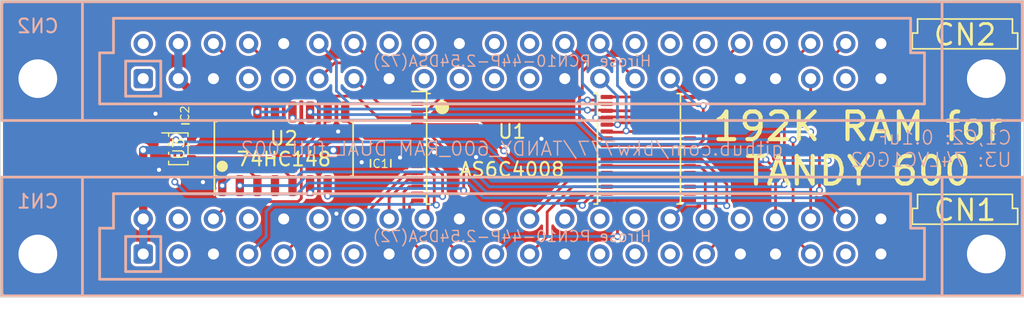
<source format=kicad_pcb>
(kicad_pcb (version 20211014) (generator pcbnew)
  (title_block (title "TANDY 600 RAM") (date "2022-10-25") (rev "DUAL_full_002") (company "Brian K. White - b.kenyon.w@gmail.com") (comment 1 "LICENSE: CC-BY-SA 4.0") (comment 2 "github.com/bkw777/TANDY_600_RAM"))
  (layers (0 "F.Cu" signal) (31 "B.Cu" signal) (34 "B.Paste" user) (35 "F.Paste" user) (36 "B.SilkS" user "B.Silkscreen") (37 "F.SilkS" user "F.Silkscreen") (38 "B.Mask" user) (39 "F.Mask" user) (44 "Edge.Cuts" user))
  (net 0 "")
  (net 1 "VMEM")
  (net 2 "GND")
  (net 3 "VCC")
  (net 4 "/A16")
  (net 5 "/A14")
  (net 6 "/A12")
  (net 7 "/A7")
  (net 8 "/A6")
  (net 9 "/A5")
  (net 10 "/A4")
  (net 11 "/A3")
  (net 12 "/A2")
  (net 13 "/A1")
  (net 14 "/A0")
  (net 15 "/D0")
  (net 16 "/D1")
  (net 17 "/D2")
  (net 18 "/D3")
  (net 19 "/D4")
  (net 20 "/D5")
  (net 21 "/D6")
  (net 22 "/D7")
  (net 23 "/A10")
  (net 24 "/~{OE}")
  (net 25 "/A11")
  (net 26 "/A9")
  (net 27 "/A8")
  (net 28 "/A13")
  (net 29 "/~{WE}")
  (net 30 "/~{B2_CS1_B}")
  (net 31 "/A15")
  (net 32 "/~{B2_CS1_C}")
  (net 33 "/~{B1_CS1_A}")
  (net 34 "/~{B1_CS1_B}")
  (net 35 "/~{B1_CS1_C}")
  (net 36 "/~{B2_CS1_A}")
  (net 37 "/B2_CS2")
  (net 38 "/~{CE}")
  (net 39 "/A17")
  (net 41 "/CS2")
  (net 42 "/B1_CS2")
  (footprint "000_LOCAL:TSOP32-dual" (layer "F.Cu") (at 154.13 109.22)
    (fp_text reference "U1" (at -3 -1.25) (layer "F.SilkS"))
    (fp_text value "AS6C4008" (at -3 1.5) (layer "F.SilkS"))
    (pad "1" smd roundrect (at -9.85 -3.75 270) (size 0.3 0.9) (layers "F.Cu" "F.Paste" "F.Mask") (net 25 "/A11"))
    (pad "2" smd roundrect (at -9.85 -3.25 270) (size 0.3 0.9) (layers "F.Cu" "F.Paste" "F.Mask") (net 26 "/A9"))
    (pad "3" smd roundrect (at -9.85 -2.75 270) (size 0.3 0.9) (layers "F.Cu" "F.Paste" "F.Mask") (net 27 "/A8"))
    (pad "4" smd roundrect (at -9.85 -2.25 270) (size 0.3 0.9) (layers "F.Cu" "F.Paste" "F.Mask") (net 28 "/A13"))
    (pad "5" smd roundrect (at -9.85 -1.75 270) (size 0.3 0.9) (layers "F.Cu" "F.Paste" "F.Mask") (net 29 "/~{WE}"))
    (pad "6" smd roundrect (at -9.85 -1.25 270) (size 0.3 0.9) (layers "F.Cu" "F.Paste" "F.Mask") (net 39 "/A17"))
    (pad "7" smd roundrect (at -9.85 -0.75 270) (size 0.3 0.9) (layers "F.Cu" "F.Paste" "F.Mask") (net 31 "/A15"))
    (pad "8" smd roundrect (at -9.85 -0.25 270) (size 0.3 0.9) (layers "F.Cu" "F.Paste" "F.Mask") (net 1 "VMEM"))
    (pad "9" smd roundrect (at -9.85 0.25 270) (size 0.3 0.9) (layers "F.Cu" "F.Paste" "F.Mask") (net 2 "GND"))
    (pad "10" smd roundrect (at -9.85 0.75 270) (size 0.3 0.9) (layers "F.Cu" "F.Paste" "F.Mask") (net 4 "/A16"))
    (pad "11" smd roundrect (at -9.85 1.25 270) (size 0.3 0.9) (layers "F.Cu" "F.Paste" "F.Mask") (net 5 "/A14"))
    (pad "12" smd roundrect (at -9.85 1.75 270) (size 0.3 0.9) (layers "F.Cu" "F.Paste" "F.Mask") (net 6 "/A12"))
    (pad "13" smd roundrect (at -9.85 2.25 270) (size 0.3 0.9) (layers "F.Cu" "F.Paste" "F.Mask") (net 7 "/A7"))
    (pad "14" smd roundrect (at -9.85 2.75 270) (size 0.3 0.9) (layers "F.Cu" "F.Paste" "F.Mask") (net 8 "/A6"))
    (pad "15" smd roundrect (at -9.85 3.25 270) (size 0.3 0.9) (layers "F.Cu" "F.Paste" "F.Mask") (net 9 "/A5"))
    (pad "16" smd roundrect (at -9.85 3.75 270) (size 0.3 0.9) (layers "F.Cu" "F.Paste" "F.Mask") (net 10 "/A4"))
    (pad "17" smd roundrect (at 3.85 3.75 270) (size 0.3 0.9) (layers "F.Cu" "F.Paste" "F.Mask") (net 11 "/A3"))
    (pad "17" smd roundrect (at 9.85 3.75 270) (size 0.3 0.9) (layers "F.Cu" "F.Paste" "F.Mask") (net 11 "/A3"))
    (pad "18" smd roundrect (at 3.85 3.25 270) (size 0.3 0.9) (layers "F.Cu" "F.Paste" "F.Mask") (net 12 "/A2"))
    (pad "18" smd roundrect (at 9.85 3.25 270) (size 0.3 0.9) (layers "F.Cu" "F.Paste" "F.Mask") (net 12 "/A2"))
    (pad "19" smd roundrect (at 3.85 2.75 270) (size 0.3 0.9) (layers "F.Cu" "F.Paste" "F.Mask") (net 13 "/A1"))
    (pad "19" smd roundrect (at 9.85 2.75 270) (size 0.3 0.9) (layers "F.Cu" "F.Paste" "F.Mask") (net 13 "/A1"))
    (pad "20" smd roundrect (at 3.85 2.25 270) (size 0.3 0.9) (layers "F.Cu" "F.Paste" "F.Mask") (net 14 "/A0"))
    (pad "20" smd roundrect (at 9.85 2.25 270) (size 0.3 0.9) (layers "F.Cu" "F.Paste" "F.Mask") (net 14 "/A0"))
    (pad "21" smd roundrect (at 3.85 1.75 270) (size 0.3 0.9) (layers "F.Cu" "F.Paste" "F.Mask") (net 15 "/D0"))
    (pad "21" smd roundrect (at 9.85 1.75 270) (size 0.3 0.9) (layers "F.Cu" "F.Paste" "F.Mask") (net 15 "/D0"))
    (pad "22" smd roundrect (at 3.85 1.25 270) (size 0.3 0.9) (layers "F.Cu" "F.Paste" "F.Mask") (net 16 "/D1"))
    (pad "22" smd roundrect (at 9.85 1.25 270) (size 0.3 0.9) (layers "F.Cu" "F.Paste" "F.Mask") (net 16 "/D1"))
    (pad "23" smd roundrect (at 9.85 0.75 270) (size 0.3 0.9) (layers "F.Cu" "F.Paste" "F.Mask") (net 17 "/D2"))
    (pad "23" smd roundrect (at 3.85 0.75 270) (size 0.3 0.9) (layers "F.Cu" "F.Paste" "F.Mask") (net 17 "/D2"))
    (pad "24" smd roundrect (at 3.85 0.25 270) (size 0.3 0.9) (layers "F.Cu" "F.Paste" "F.Mask") (net 2 "GND"))
    (pad "24" smd roundrect (at 9.85 0.25 270) (size 0.3 0.9) (layers "F.Cu" "F.Paste" "F.Mask") (net 2 "GND"))
    (pad "25" smd roundrect (at 9.85 -0.25 270) (size 0.3 0.9) (layers "F.Cu" "F.Paste" "F.Mask") (net 18 "/D3"))
    (pad "25" smd roundrect (at 3.85 -0.25 270) (size 0.3 0.9) (layers "F.Cu" "F.Paste" "F.Mask") (net 18 "/D3"))
    (pad "26" smd roundrect (at 3.85 -0.75 270) (size 0.3 0.9) (layers "F.Cu" "F.Paste" "F.Mask") (net 19 "/D4"))
    (pad "26" smd roundrect (at 9.85 -0.75 270) (size 0.3 0.9) (layers "F.Cu" "F.Paste" "F.Mask") (net 19 "/D4"))
    (pad "27" smd roundrect (at 3.85 -1.25 270) (size 0.3 0.9) (layers "F.Cu" "F.Paste" "F.Mask") (net 20 "/D5"))
    (pad "27" smd roundrect (at 9.85 -1.25 270) (size 0.3 0.9) (layers "F.Cu" "F.Paste" "F.Mask") (net 20 "/D5"))
    (pad "28" smd roundrect (at 9.85 -1.75 270) (size 0.3 0.9) (layers "F.Cu" "F.Paste" "F.Mask") (net 21 "/D6"))
    (pad "28" smd roundrect (at 3.85 -1.75 270) (size 0.3 0.9) (layers "F.Cu" "F.Paste" "F.Mask") (net 21 "/D6"))
    (pad "29" smd roundrect (at 3.85 -2.25 270) (size 0.3 0.9) (layers "F.Cu" "F.Paste" "F.Mask") (net 22 "/D7"))
    (pad "29" smd roundrect (at 9.85 -2.25 270) (size 0.3 0.9) (layers "F.Cu" "F.Paste" "F.Mask") (net 22 "/D7"))
    (pad "30" smd roundrect (at 3.85 -2.75 270) (size 0.3 0.9) (layers "F.Cu" "F.Paste" "F.Mask") (net 38 "/~{CE}"))
    (pad "30" smd roundrect (at 9.85 -2.75 270) (size 0.3 0.9) (layers "F.Cu" "F.Paste" "F.Mask") (net 38 "/~{CE}"))
    (pad "31" smd roundrect (at 3.85 -3.25 270) (size 0.3 0.9) (layers "F.Cu" "F.Paste" "F.Mask") (net 23 "/A10"))
    (pad "31" smd roundrect (at 9.85 -3.25 270) (size 0.3 0.9) (layers "F.Cu" "F.Paste" "F.Mask") (net 23 "/A10"))
    (pad "32" smd roundrect (at 9.85 -3.75 270) (size 0.3 0.9) (layers "F.Cu" "F.Paste" "F.Mask") (net 24 "/~{OE}"))
    (pad "32" smd roundrect (at 3.85 -3.75 270) (size 0.3 0.9) (layers "F.Cu" "F.Paste" "F.Mask") (net 24 "/~{OE}"))
  )
  (footprint "000_LOCAL:C_0805" (layer "F.Cu") (at 141.63 110.27 -90)
    (fp_text reference "C1" (at 0.03 0.01) (layer "F.SilkS") (effects (font (size 0.6 0.6) (thickness 0.08))))
    (fp_text value "0.1uF" hide)
    (pad "1" smd roundrect (at -0.95 0 270) (size 1 1.45) (layers "F.Cu" "F.Paste" "F.Mask") (net 1 "VMEM"))
    (pad "2" smd roundrect (at 0.95 0 270) (size 1 1.45) (layers "F.Cu" "F.Paste" "F.Mask") (net 2 "GND"))
  )
  (footprint "000_LOCAL:SOT-353_SC-70-5" (layer "F.Cu") (at 127 109.22)
    (fp_text reference "U3" (at 0.03 0 90 unlocked) (layer "F.SilkS") (effects (font (size 0.8 0.8) (thickness 0.1))))
    (fp_text value "74LVC1G02")
    (pad "1" smd roundrect (at -0.95 -0.65) (size 0.65 0.4) (layers "F.Cu" "F.Paste" "F.Mask") (net 37 "/B2_CS2"))
    (pad "2" smd roundrect (at -0.95 0) (size 0.65 0.4) (layers "F.Cu" "F.Paste" "F.Mask") (net 42 "/B1_CS2"))
    (pad "3" smd roundrect (at -0.95 0.65) (size 0.65 0.4) (layers "F.Cu" "F.Paste" "F.Mask") (net 2 "GND"))
    (pad "4" smd roundrect (at 0.95 0.65) (size 0.65 0.4) (layers "F.Cu" "F.Paste" "F.Mask") (net 41 "/CS2"))
    (pad "5" smd roundrect (at 0.95 -0.65) (size 0.65 0.4) (layers "F.Cu" "F.Paste" "F.Mask") (net 3 "VCC"))
  )
  (footprint "000_LOCAL:SOIC-16_4x10" (layer "F.Cu") (at 134.62 109.22 90)
    (fp_text reference "U2" (at 0.75 0.01) (layer "F.SilkS"))
    (fp_text value "74HC148" (at -0.75 0.01 unlocked) (layer "F.SilkS"))
    (pad "1" smd roundrect locked (at -2.6655 -4.445 90) (size 1.524 0.6) (layers "F.Cu" "F.Paste" "F.Mask") (net 30 "/~{B2_CS1_B}"))
    (pad "2" smd roundrect locked (at -2.6655 -3.175 90) (size 1.524 0.6) (layers "F.Cu" "F.Paste" "F.Mask") (net 32 "/~{B2_CS1_C}"))
    (pad "3" smd roundrect locked (at -2.6655 -1.905 90) (size 1.524 0.6) (layers "F.Cu" "F.Paste" "F.Mask") (net 3 "VCC"))
    (pad "4" smd roundrect locked (at -2.6655 -0.635 90) (size 1.524 0.6) (layers "F.Cu" "F.Paste" "F.Mask") (net 3 "VCC"))
    (pad "5" smd roundrect locked (at -2.6655 0.635 90) (size 1.524 0.6) (layers "F.Cu" "F.Paste" "F.Mask") (net 41 "/CS2"))
    (pad "6" smd roundrect locked (at -2.6655 1.905 90) (size 1.524 0.6) (layers "F.Cu" "F.Paste" "F.Mask") (net 39 "/A17"))
    (pad "7" smd roundrect locked (at -2.6655 3.175 90) (size 1.524 0.6) (layers "F.Cu" "F.Paste" "F.Mask") (net 4 "/A16"))
    (pad "8" smd roundrect locked (at -2.6655 4.445 90) (size 1.524 0.6) (layers "F.Cu" "F.Paste" "F.Mask") (net 2 "GND"))
    (pad "9" smd roundrect locked (at 2.6655 4.445 90) (size 1.524 0.6) (layers "F.Cu" "F.Paste" "F.Mask") (net 31 "/A15"))
    (pad "10" smd roundrect locked (at 2.6655 3.175 90) (size 1.524 0.6) (layers "F.Cu" "F.Paste" "F.Mask") (net 33 "/~{B1_CS1_A}"))
    (pad "11" smd roundrect locked (at 2.6655 1.905 90) (size 1.524 0.6) (layers "F.Cu" "F.Paste" "F.Mask") (net 34 "/~{B1_CS1_B}"))
    (pad "12" smd roundrect locked (at 2.6655 0.635 90) (size 1.524 0.6) (layers "F.Cu" "F.Paste" "F.Mask") (net 35 "/~{B1_CS1_C}"))
    (pad "13" smd roundrect locked (at 2.6655 -0.635 90) (size 1.524 0.6) (layers "F.Cu" "F.Paste" "F.Mask") (net 36 "/~{B2_CS1_A}"))
    (pad "14" smd roundrect locked (at 2.6655 -1.905 90) (size 1.524 0.6) (layers "F.Cu" "F.Paste" "F.Mask") (net 38 "/~{CE}"))
    (pad "15" smd roundrect locked (at 2.6655 -3.175 90) (size 1.524 0.6) (layers "F.Cu" "F.Paste" "F.Mask"))
    (pad "16" smd roundrect locked (at 2.6655 -4.445 90) (size 1.524 0.6) (layers "F.Cu" "F.Paste" "F.Mask") (net 3 "VCC"))
  )
  (footprint "000_LOCAL:C_0805" (layer "F.Cu") (at 127.508 106.68 180)
    (fp_text reference "C2" (at 0.03 0 90) (layer "F.SilkS") (effects (font (size 0.6 0.6) (thickness 0.08))))
    (fp_text value "0.1uF" hide)
    (pad "1" smd roundrect (at -0.95 0 180) (size 1 1.45) (layers "F.Cu" "F.Paste" "F.Mask") (net 3 "VCC"))
    (pad "2" smd roundrect (at 0.95 0 180) (size 1 1.45) (layers "F.Cu" "F.Paste" "F.Mask") (net 2 "GND"))
  )
  (footprint "000_LOCAL:DIN-41612_02x22_male_vertical" (layer "B.Cu") (at 151.13 115.57 180)
    (fp_text reference "CN1" (at 34.29 2.54 180) (layer "B.SilkS") (effects (justify mirror)))
    (fp_text value "TANDY_600_RAM_BUS")
    (fp_text user "Hirose PCN10-44P-2.54DSA(72)" (at 0 0 unlocked) (layer "B.SilkS") (effects (font (size 0.8 0.8) (thickness 0.1)) (justify mirror)))
    (pad "M1" thru_hole circle (at 34.29 -1.27) (size 4 4) (drill 2.8) (layers *.Cu *.Mask) (net 2 "GND"))
    (pad "M2" thru_hole circle (at -34.29 -1.27) (size 4 4) (drill 2.8) (layers *.Cu *.Mask) (net 2 "GND"))
    (pad "a1" thru_hole roundrect (at 26.67 -1.27 270) (size 1.4 1.4) (drill 0.8) (layers *.Cu *.Mask) (roundrect_rratio 0.16129) (net 1 "VMEM"))
    (pad "a2" thru_hole circle (at 24.13 -1.27 270) (size 1.4 1.4) (drill 0.8) (layers *.Cu *.Mask))
    (pad "a3" thru_hole circle (at 21.59 -1.27 270) (size 1.4 1.4) (drill 0.8) (layers *.Cu *.Mask) (net 2 "GND"))
    (pad "a4" thru_hole circle (at 19.05 -1.27 270) (size 1.4 1.4) (drill 0.8) (layers *.Cu *.Mask) (net 5 "/A14"))
    (pad "a5" thru_hole circle (at 16.51 -1.27 270) (size 1.4 1.4) (drill 0.8) (layers *.Cu *.Mask) (net 6 "/A12"))
    (pad "a6" thru_hole circle (at 13.97 -1.27 270) (size 1.4 1.4) (drill 0.8) (layers *.Cu *.Mask))
    (pad "a7" thru_hole circle (at 11.43 -1.27 270) (size 1.4 1.4) (drill 0.8) (layers *.Cu *.Mask))
    (pad "a8" thru_hole circle (at 8.89 -1.27 270) (size 1.4 1.4) (drill 0.8) (layers *.Cu *.Mask) (net 2 "GND"))
    (pad "a9" thru_hole circle (at 6.35 -1.27 270) (size 1.4 1.4) (drill 0.8) (layers *.Cu *.Mask) (net 8 "/A6"))
    (pad "a10" thru_hole circle (at 3.81 -1.27 270) (size 1.4 1.4) (drill 0.8) (layers *.Cu *.Mask) (net 10 "/A4"))
    (pad "a11" thru_hole circle (at 1.27 -1.27 270) (size 1.4 1.4) (drill 0.8) (layers *.Cu *.Mask) (net 11 "/A3"))
    (pad "a12" thru_hole circle (at -1.27 -1.27 270) (size 1.4 1.4) (drill 0.8) (layers *.Cu *.Mask) (net 13 "/A1"))
    (pad "a13" thru_hole circle (at -3.81 -1.27 270) (size 1.4 1.4) (drill 0.8) (layers *.Cu *.Mask) (net 2 "GND"))
    (pad "a14" thru_hole circle (at -6.35 -1.27 270) (size 1.4 1.4) (drill 0.8) (layers *.Cu *.Mask))
    (pad "a15" thru_hole circle (at -8.89 -1.27 270) (size 1.4 1.4) (drill 0.8) (layers *.Cu *.Mask))
    (pad "a16" thru_hole circle (at -11.43 -1.27 270) (size 1.4 1.4) (drill 0.8) (layers *.Cu *.Mask))
    (pad "a17" thru_hole circle (at -13.97 -1.27 270) (size 1.4 1.4) (drill 0.8) (layers *.Cu *.Mask) (net 16 "/D1"))
    (pad "a18" thru_hole circle (at -16.51 -1.27 270) (size 1.4 1.4) (drill 0.8) (layers *.Cu *.Mask) (net 2 "GND"))
    (pad "a19" thru_hole circle (at -19.05 -1.27 270) (size 1.4 1.4) (drill 0.8) (layers *.Cu *.Mask) (net 2 "GND"))
    (pad "a20" thru_hole circle (at -21.59 -1.27 270) (size 1.4 1.4) (drill 0.8) (layers *.Cu *.Mask) (net 35 "/~{B1_CS1_C}"))
    (pad "a21" thru_hole circle (at -24.13 -1.27 270) (size 1.4 1.4) (drill 0.8) (layers *.Cu *.Mask))
    (pad "a22" thru_hole circle (at -26.67 -1.27 270) (size 1.4 1.4) (drill 0.8) (layers *.Cu *.Mask) (net 2 "GND"))
    (pad "b1" thru_hole circle (at 26.67 1.27 270) (size 1.4 1.4) (drill 0.8) (layers *.Cu *.Mask) (net 1 "VMEM"))
    (pad "b2" thru_hole circle (at 24.13 1.27 270) (size 1.4 1.4) (drill 0.8) (layers *.Cu *.Mask))
    (pad "b3" thru_hole circle (at 21.59 1.27 270) (size 1.4 1.4) (drill 0.8) (layers *.Cu *.Mask) (net 33 "/~{B1_CS1_A}"))
    (pad "b4" thru_hole circle (at 19.05 1.27 270) (size 1.4 1.4) (drill 0.8) (layers *.Cu *.Mask))
    (pad "b5" thru_hole circle (at 16.51 1.27 270) (size 1.4 1.4) (drill 0.8) (layers *.Cu *.Mask) (net 2 "GND"))
    (pad "b6" thru_hole circle (at 13.97 1.27 270) (size 1.4 1.4) (drill 0.8) (layers *.Cu *.Mask))
    (pad "b7" thru_hole circle (at 11.43 1.27 270) (size 1.4 1.4) (drill 0.8) (layers *.Cu *.Mask))
    (pad "b8" thru_hole circle (at 8.89 1.27 270) (size 1.4 1.4) (drill 0.8) (layers *.Cu *.Mask) (net 7 "/A7"))
    (pad "b9" thru_hole circle (at 6.35 1.27 270) (size 1.4 1.4) (drill 0.8) (layers *.Cu *.Mask) (net 9 "/A5"))
    (pad "b10" thru_hole circle (at 3.81 1.27 270) (size 1.4 1.4) (drill 0.8) (layers *.Cu *.Mask) (net 2 "GND"))
    (pad "b11" thru_hole circle (at 1.27 1.27 270) (size 1.4 1.4) (drill 0.8) (layers *.Cu *.Mask) (net 12 "/A2"))
    (pad "b12" thru_hole circle (at -1.27 1.27 270) (size 1.4 1.4) (drill 0.8) (layers *.Cu *.Mask) (net 14 "/A0"))
    (pad "b13" thru_hole circle (at -3.81 1.27 270) (size 1.4 1.4) (drill 0.8) (layers *.Cu *.Mask))
    (pad "b14" thru_hole circle (at -6.35 1.27 270) (size 1.4 1.4) (drill 0.8) (layers *.Cu *.Mask))
    (pad "b15" thru_hole circle (at -8.89 1.27 270) (size 1.4 1.4) (drill 0.8) (layers *.Cu *.Mask))
    (pad "b16" thru_hole circle (at -11.43 1.27 270) (size 1.4 1.4) (drill 0.8) (layers *.Cu *.Mask) (net 17 "/D2"))
    (pad "b17" thru_hole circle (at -13.97 1.27 270) (size 1.4 1.4) (drill 0.8) (layers *.Cu *.Mask) (net 15 "/D0"))
    (pad "b18" thru_hole circle (at -16.51 1.27 270) (size 1.4 1.4) (drill 0.8) (layers *.Cu *.Mask))
    (pad "b19" thru_hole circle (at -19.05 1.27 270) (size 1.4 1.4) (drill 0.8) (layers *.Cu *.Mask) (net 29 "/~{WE}"))
    (pad "b20" thru_hole circle (at -21.59 1.27 270) (size 1.4 1.4) (drill 0.8) (layers *.Cu *.Mask) (net 34 "/~{B1_CS1_B}"))
    (pad "b21" thru_hole circle (at -24.13 1.27 270) (size 1.4 1.4) (drill 0.8) (layers *.Cu *.Mask) (net 42 "/B1_CS2"))
    (pad "b22" thru_hole circle (at -26.67 1.27 270) (size 1.4 1.4) (drill 0.8) (layers *.Cu *.Mask) (net 2 "GND"))
  )
  (footprint "000_LOCAL:DIN-41612_02x22_male_vertical" (layer "B.Cu") (at 151.13 102.87 180)
    (fp_text reference "CN2" (at 34.29 2.54 180) (layer "B.SilkS") (effects (justify mirror)))
    (fp_text value "TANDY_600_RAM_BUS")
    (fp_text user "Hirose PCN10-44P-2.54DSA(72)" (at 0 0 unlocked) (layer "B.SilkS") (effects (font (size 0.8 0.8) (thickness 0.1)) (justify mirror)))
    (pad "M1" thru_hole circle (at 34.29 -1.27) (size 4 4) (drill 2.8) (layers *.Cu *.Mask) (net 2 "GND"))
    (pad "M2" thru_hole circle (at -34.29 -1.27) (size 4 4) (drill 2.8) (layers *.Cu *.Mask) (net 2 "GND"))
    (pad "a1" thru_hole roundrect (at 26.67 -1.27 270) (size 1.4 1.4) (drill 0.8) (layers *.Cu *.Mask) (roundrect_rratio 0.16129))
    (pad "a2" thru_hole circle (at 24.13 -1.27 270) (size 1.4 1.4) (drill 0.8) (layers *.Cu *.Mask) (net 3 "VCC"))
    (pad "a3" thru_hole circle (at 21.59 -1.27 270) (size 1.4 1.4) (drill 0.8) (layers *.Cu *.Mask) (net 2 "GND"))
    (pad "a4" thru_hole circle (at 19.05 -1.27 270) (size 1.4 1.4) (drill 0.8) (layers *.Cu *.Mask))
    (pad "a5" thru_hole circle (at 16.51 -1.27 270) (size 1.4 1.4) (drill 0.8) (layers *.Cu *.Mask))
    (pad "a6" thru_hole circle (at 13.97 -1.27 270) (size 1.4 1.4) (drill 0.8) (layers *.Cu *.Mask) (net 25 "/A11"))
    (pad "a7" thru_hole circle (at 11.43 -1.27 270) (size 1.4 1.4) (drill 0.8) (layers *.Cu *.Mask) (net 26 "/A9"))
    (pad "a8" thru_hole circle (at 8.89 -1.27 270) (size 1.4 1.4) (drill 0.8) (layers *.Cu *.Mask) (net 2 "GND"))
    (pad "a9" thru_hole circle (at 6.35 -1.27 270) (size 1.4 1.4) (drill 0.8) (layers *.Cu *.Mask))
    (pad "a10" thru_hole circle (at 3.81 -1.27 270) (size 1.4 1.4) (drill 0.8) (layers *.Cu *.Mask))
    (pad "a11" thru_hole circle (at 1.27 -1.27 270) (size 1.4 1.4) (drill 0.8) (layers *.Cu *.Mask))
    (pad "a12" thru_hole circle (at -1.27 -1.27 270) (size 1.4 1.4) (drill 0.8) (layers *.Cu *.Mask))
    (pad "a13" thru_hole circle (at -3.81 -1.27 270) (size 1.4 1.4) (drill 0.8) (layers *.Cu *.Mask) (net 2 "GND"))
    (pad "a14" thru_hole circle (at -6.35 -1.27 270) (size 1.4 1.4) (drill 0.8) (layers *.Cu *.Mask) (net 21 "/D6"))
    (pad "a15" thru_hole circle (at -8.89 -1.27 270) (size 1.4 1.4) (drill 0.8) (layers *.Cu *.Mask) (net 19 "/D4"))
    (pad "a16" thru_hole circle (at -11.43 -1.27 270) (size 1.4 1.4) (drill 0.8) (layers *.Cu *.Mask) (net 18 "/D3"))
    (pad "a17" thru_hole circle (at -13.97 -1.27 270) (size 1.4 1.4) (drill 0.8) (layers *.Cu *.Mask))
    (pad "a18" thru_hole circle (at -16.51 -1.27 270) (size 1.4 1.4) (drill 0.8) (layers *.Cu *.Mask) (net 2 "GND"))
    (pad "a19" thru_hole circle (at -19.05 -1.27 270) (size 1.4 1.4) (drill 0.8) (layers *.Cu *.Mask) (net 2 "GND"))
    (pad "a20" thru_hole circle (at -21.59 -1.27 270) (size 1.4 1.4) (drill 0.8) (layers *.Cu *.Mask) (net 32 "/~{B2_CS1_C}"))
    (pad "a21" thru_hole circle (at -24.13 -1.27 270) (size 1.4 1.4) (drill 0.8) (layers *.Cu *.Mask))
    (pad "a22" thru_hole circle (at -26.67 -1.27 270) (size 1.4 1.4) (drill 0.8) (layers *.Cu *.Mask) (net 2 "GND"))
    (pad "b1" thru_hole circle (at 26.67 1.27 270) (size 1.4 1.4) (drill 0.8) (layers *.Cu *.Mask))
    (pad "b2" thru_hole circle (at 24.13 1.27 270) (size 1.4 1.4) (drill 0.8) (layers *.Cu *.Mask) (net 3 "VCC"))
    (pad "b3" thru_hole circle (at 21.59 1.27 270) (size 1.4 1.4) (drill 0.8) (layers *.Cu *.Mask) (net 36 "/~{B2_CS1_A}"))
    (pad "b4" thru_hole circle (at 19.05 1.27 270) (size 1.4 1.4) (drill 0.8) (layers *.Cu *.Mask) (net 28 "/A13"))
    (pad "b5" thru_hole circle (at 16.51 1.27 270) (size 1.4 1.4) (drill 0.8) (layers *.Cu *.Mask) (net 2 "GND"))
    (pad "b6" thru_hole circle (at 13.97 1.27 270) (size 1.4 1.4) (drill 0.8) (layers *.Cu *.Mask) (net 23 "/A10"))
    (pad "b7" thru_hole circle (at 11.43 1.27 270) (size 1.4 1.4) (drill 0.8) (layers *.Cu *.Mask) (net 27 "/A8"))
    (pad "b8" thru_hole circle (at 8.89 1.27 270) (size 1.4 1.4) (drill 0.8) (layers *.Cu *.Mask))
    (pad "b9" thru_hole circle (at 6.35 1.27 270) (size 1.4 1.4) (drill 0.8) (layers *.Cu *.Mask))
    (pad "b10" thru_hole circle (at 3.81 1.27 270) (size 1.4 1.4) (drill 0.8) (layers *.Cu *.Mask) (net 2 "GND"))
    (pad "b11" thru_hole circle (at 1.27 1.27 270) (size 1.4 1.4) (drill 0.8) (layers *.Cu *.Mask))
    (pad "b12" thru_hole circle (at -1.27 1.27 270) (size 1.4 1.4) (drill 0.8) (layers *.Cu *.Mask))
    (pad "b13" thru_hole circle (at -3.81 1.27 270) (size 1.4 1.4) (drill 0.8) (layers *.Cu *.Mask) (net 22 "/D7"))
    (pad "b14" thru_hole circle (at -6.35 1.27 270) (size 1.4 1.4) (drill 0.8) (layers *.Cu *.Mask) (net 20 "/D5"))
    (pad "b15" thru_hole circle (at -8.89 1.27 270) (size 1.4 1.4) (drill 0.8) (layers *.Cu *.Mask))
    (pad "b16" thru_hole circle (at -11.43 1.27 270) (size 1.4 1.4) (drill 0.8) (layers *.Cu *.Mask))
    (pad "b17" thru_hole circle (at -13.97 1.27 270) (size 1.4 1.4) (drill 0.8) (layers *.Cu *.Mask))
    (pad "b18" thru_hole circle (at -16.51 1.27 270) (size 1.4 1.4) (drill 0.8) (layers *.Cu *.Mask) (net 24 "/~{OE}"))
    (pad "b19" thru_hole circle (at -19.05 1.27 270) (size 1.4 1.4) (drill 0.8) (layers *.Cu *.Mask))
    (pad "b20" thru_hole circle (at -21.59 1.27 270) (size 1.4 1.4) (drill 0.8) (layers *.Cu *.Mask) (net 30 "/~{B2_CS1_B}"))
    (pad "b21" thru_hole circle (at -24.13 1.27 270) (size 1.4 1.4) (drill 0.8) (layers *.Cu *.Mask) (net 37 "/B2_CS2"))
    (pad "b22" thru_hole circle (at -26.67 1.27 270) (size 1.4 1.4) (drill 0.8) (layers *.Cu *.Mask) (net 2 "GND"))
  )
  (gr_line (start 180.07 101.981) (end 187.69 101.981) (layer "F.SilkS") (width 0.12))
  (gr_line (start 180.07 114.681) (end 187.69 114.681) (layer "F.SilkS") (width 0.12))
  (gr_line (start 180.451 100.838) (end 180.07 100.838) (layer "F.SilkS") (width 0.12))
  (gr_line (start 180.07 100.838) (end 180.07 101.981) (layer "F.SilkS") (width 0.12))
  (gr_line (start 187.69 113.538) (end 187.309 113.538) (layer "F.SilkS") (width 0.12))
  (gr_line (start 180.451 112.522) (end 180.451 113.538) (layer "F.SilkS") (width 0.12))
  (gr_line (start 180.451 113.538) (end 180.07 113.538) (layer "F.SilkS") (width 0.12))
  (gr_line (start 180.07 113.538) (end 180.07 114.681) (layer "F.SilkS") (width 0.12))
  (gr_line (start 187.69 100.838) (end 187.309 100.838) (layer "F.SilkS") (width 0.12))
  (gr_line (start 187.309 112.522) (end 180.451 112.522) (layer "F.SilkS") (width 0.12))
  (gr_line (start 187.69 114.681) (end 187.69 113.538) (layer "F.SilkS") (width 0.12))
  (gr_line (start 187.309 113.538) (end 187.309 112.522) (layer "F.SilkS") (width 0.12))
  (gr_line (start 187.309 100.838) (end 187.309 99.822) (layer "F.SilkS") (width 0.12))
  (gr_line (start 180.451 99.822) (end 180.451 100.838) (layer "F.SilkS") (width 0.12))
  (gr_line (start 187.69 101.981) (end 187.69 100.838) (layer "F.SilkS") (width 0.12))
  (gr_line (start 187.309 99.822) (end 180.451 99.822) (layer "F.SilkS") (width 0.12))
  (gr_line (start 188.13 98.47) (end 114.13 98.47) (layer "Edge.Cuts") (width 0.05))
  (gr_line (start 114.13 119.97) (end 188.13 119.97) (layer "Edge.Cuts") (width 0.05))
  (gr_line (start 114.13 98.47) (end 114.13 119.97) (layer "Edge.Cuts") (width 0.05))
  (gr_line (start 188.13 119.97) (end 188.13 98.47) (layer "Edge.Cuts") (width 0.05))
  (gr_text "${COMMENT2} ${REVISION}" (at 151.13 109.22) (layer "B.SilkS") (effects (font (size 1 1) (thickness 0.1)) (justify mirror)))
  (gr_text "C1,C2: ${6abd93ae-8309-4193-b5c6-e97f8e789dbe:VALUE}\nU3: ${89af72c0-2de0-4b8a-bd0f-646bca2cdb9a:VALUE}" (at 187.325 109.22) (layer "B.SilkS") (effects (font (size 1 1) (thickness 0.1)) (justify left mirror)))
  (gr_text "192K RAM for\nTANDY 600" (at 176.149 109.22) (layer "F.SilkS") (effects (font (size 2 2) (thickness 0.3))))
  (gr_text "CN2" (at 183.88 100.965) (layer "F.SilkS") (effects (font (size 1.5 1.5) (thickness 0.2))))
  (gr_text "CN1" (at 183.88 113.665) (layer "F.SilkS") (effects (font (size 1.5 1.5) (thickness 0.2))))
  (segment (start 138.205 109.32) (end 141.63 109.32) (width 0.6) (layer "F.Cu") (net 1))
  (segment (start 124.46 114.3) (end 124.46 109.32) (width 0.6) (layer "F.Cu") (net 1))
  (segment (start 141.63 109.32) (end 141.98 108.97) (width 0.3) (layer "F.Cu") (net 1))
  (segment (start 141.98 108.97) (end 144.28 108.97) (width 0.3) (layer "F.Cu") (net 1))
  (via (at 138.205 109.32) (size 0.6) (drill 0.4) (layers "F.Cu" "B.Cu") (net 1))
  (via (at 124.46 109.32) (size 0.6) (drill 0.4) (layers "F.Cu" "B.Cu") (net 1))
  (segment (start 138.205 109.32) (end 124.46 109.32) (width 0.6) (layer "B.Cu") (net 1))
  (segment (start 124.46 116.84) (end 124.46 114.3) (width 0.6) (layer "B.Cu") (net 1))
  (via (at 148.53 109.82) (size 0.5) (drill 0.3) (layers "F.Cu" "B.Cu") (net 2))
  (via (at 145.4912 109.474) (size 0.5) (drill 0.3) (layers "F.Cu" "B.Cu") (net 2))
  (via (at 128.778 111.633) (size 0.5) (drill 0.3) (layers "F.Cu" "B.Cu") (net 2))
  (via (at 138.555 107.97) (size 0.5) (drill 0.3) (layers "F.Cu" "B.Cu") (net 2))
  (via (at 143.03 109.855) (size 0.5) (drill 0.3) (layers "F.Cu" "B.Cu") (net 2))
  (via (at 125.603 110.744) (size 0.5) (drill 0.3) (layers "F.Cu" "B.Cu") (net 2))
  (via (at 140.255 110.195) (size 0.5) (drill 0.3) (layers "F.Cu" "B.Cu") (net 2))
  (via (at 138.43 113.919) (size 0.5) (drill 0.3) (layers "F.Cu" "B.Cu") (net 2))
  (via (at 125.349 106.68) (size 0.5) (drill 0.3) (layers "F.Cu" "B.Cu") (net 2))
  (via (at 153.255 108.495) (size 0.5) (drill 0.3) (layers "F.Cu" "B.Cu") (net 2))
  (segment (start 128.255 106.477) (end 128.458 106.68) (width 0.6) (layer "F.Cu") (net 3))
  (segment (start 132.715 111.8855) (end 132.715 111.425) (width 0.2) (layer "F.Cu") (net 3))
  (segment (start 133.985 111.8855) (end 132.715 111.8855) (width 0.2) (layer "F.Cu") (net 3))
  (segment (start 128.155 106.983) (end 128.458 106.68) (width 0.4) (layer "F.Cu") (net 3))
  (segment (start 130.0495 106.68) (end 130.175 106.5545) (width 0.6) (layer "F.Cu") (net 3))
  (segment (start 127.53 110.495) (end 127.23 110.195) (width 0.2) (layer "F.Cu") (net 3))
  (segment (start 128.255 105.395) (end 128.255 106.477) (width 0.6) (layer "F.Cu") (net 3))
  (segment (start 127.23 109.17) (end 127.83 108.57) (width 0.2) (layer "F.Cu") (net 3))
  (segment (start 127.23 110.195) (end 127.23 109.17) (width 0.2) (layer "F.Cu") (net 3))
  (segment (start 128.458 106.68) (end 130.0495 106.68) (width 0.6) (layer "F.Cu") (net 3))
  (segment (start 132.715 111.425) (end 131.785 110.495) (width 0.2) (layer "F.Cu") (net 3))
  (segment (start 127 104.14) (end 128.255 105.395) (width 0.6) (layer "F.Cu") (net 3))
  (segment (start 127.83 108.57) (end 127.95 108.57) (width 0.2) (layer "F.Cu") (net 3))
  (segment (start 131.785 110.495) (end 127.53 110.495) (width 0.2) (layer "F.Cu") (net 3))
  (segment (start 127.95 108.57) (end 128.155 108.365) (width 0.4) (layer "F.Cu") (net 3))
  (segment (start 128.155 108.365) (end 128.155 106.983) (width 0.4) (layer "F.Cu") (net 3))
  (segment (start 127 101.6) (end 127 104.14) (width 0.6) (layer "B.Cu") (net 3))
  (segment (start 146.105 111.095) (end 145.03 110.02) (width 0.2) (layer "F.Cu") (net 4))
  (segment (start 146.105 112.67) (end 146.105 111.095) (width 0.2) (layer "F.Cu") (net 4))
  (segment (start 137.795 112.645) (end 137.795 111.8855) (width 0.2) (layer "F.Cu") (net 4))
  (segment (start 144.33 110.02) (end 144.28 109.97) (width 0.2) (layer "F.Cu") (net 4))
  (segment (start 145.03 110.02) (end 144.33 110.02) (width 0.2) (layer "F.Cu") (net 4))
  (via (at 146.105 112.67) (size 0.5) (drill 0.3) (layers "F.Cu" "B.Cu") (net 4))
  (via (at 137.795 112.645) (size 0.5) (drill 0.3) (layers "F.Cu" "B.Cu") (net 4))
  (segment (start 146.08 112.645) (end 137.795 112.645) (width 0.2) (layer "B.Cu") (net 4))
  (segment (start 146.105 112.67) (end 146.08 112.645) (width 0.2) (layer "B.Cu") (net 4))
  (segment (start 145.655 113.295) (end 145.505 113.145) (width 0.2) (layer "F.Cu") (net 5))
  (segment (start 144.855 110.47) (end 144.28 110.47) (width 0.2) (layer "F.Cu") (net 5))
  (segment (start 145.505 111.12) (end 144.855 110.47) (width 0.2) (layer "F.Cu") (net 5))
  (segment (start 145.505 113.145) (end 145.505 111.12) (width 0.2) (layer "F.Cu") (net 5))
  (via (at 145.655 113.295) (size 0.5) (drill 0.3) (layers "F.Cu" "B.Cu") (net 5))
  (segment (start 145.655 113.295) (end 145.605 113.245) (width 0.2) (layer "B.Cu") (net 5))
  (segment (start 133.35 113.75) (end 133.35 115.57) (width 0.2) (layer "B.Cu") (net 5))
  (segment (start 133.35 115.57) (end 132.08 116.84) (width 0.2) (layer "B.Cu") (net 5))
  (segment (start 145.605 113.245) (end 133.855 113.245) (width 0.2) (layer "B.Cu") (net 5))
  (segment (start 133.855 113.245) (end 133.35 113.75) (width 0.2) (layer "B.Cu") (net 5))
  (segment (start 140.97 113.505) (end 140.97 114.808) (width 0.2) (layer "F.Cu") (net 6))
  (segment (start 144.28 110.97) (end 144.23 111.02) (width 0.2) (layer "F.Cu") (net 6))
  (segment (start 140.208 115.57) (end 135.89 115.57) (width 0.2) (layer "F.Cu") (net 6))
  (segment (start 144.23 111.02) (end 143.455 111.02) (width 0.2) (layer "F.Cu") (net 6))
  (segment (start 143.455 111.02) (end 140.97 113.505) (width 0.2) (layer "F.Cu") (net 6))
  (segment (start 135.89 115.57) (end 134.62 116.84) (width 0.2) (layer "F.Cu") (net 6))
  (segment (start 140.97 114.808) (end 140.208 115.57) (width 0.2) (layer "F.Cu") (net 6))
  (segment (start 142.24 112.81) (end 143.58 111.47) (width 0.2) (layer "F.Cu") (net 7))
  (segment (start 142.24 114.3) (end 142.24 112.81) (width 0.2) (layer "F.Cu") (net 7))
  (segment (start 143.58 111.47) (end 144.28 111.47) (width 0.2) (layer "F.Cu") (net 7))
  (segment (start 143.3068 115.3668) (end 143.3068 112.3442) (width 0.2) (layer "F.Cu") (net 8))
  (segment (start 143.3068 112.3442) (end 143.681 111.97) (width 0.2) (layer "F.Cu") (net 8))
  (segment (start 144.78 116.84) (end 143.3068 115.3668) (width 0.2) (layer "F.Cu") (net 8))
  (segment (start 143.681 111.97) (end 144.28 111.97) (width 0.2) (layer "F.Cu") (net 8))
  (segment (start 144.855 112.47) (end 144.28 112.47) (width 0.2) (layer "F.Cu") (net 9))
  (segment (start 145.055 114.025) (end 145.055 112.67) (width 0.2) (layer "F.Cu") (net 9))
  (segment (start 145.055 112.67) (end 144.855 112.47) (width 0.2) (layer "F.Cu") (net 9))
  (segment (start 144.78 114.3) (end 145.055 114.025) (width 0.2) (layer "F.Cu") (net 9))
  (segment (start 144.0272 112.97) (end 144.28 112.97) (width 0.2) (layer "F.Cu") (net 10))
  (segment (start 147.32 116.84) (end 146.05 115.57) (width 0.2) (layer "F.Cu") (net 10))
  (segment (start 143.7132 114.9032) (end 143.7132 113.284) (width 0.2) (layer "F.Cu") (net 10))
  (segment (start 144.38 115.57) (end 143.7132 114.9032) (width 0.2) (layer "F.Cu") (net 10))
  (segment (start 143.7132 113.284) (end 144.0272 112.97) (width 0.2) (layer "F.Cu") (net 10))
  (segment (start 146.05 115.57) (end 144.38 115.57) (width 0.2) (layer "F.Cu") (net 10))
  (segment (start 157.98 112.97) (end 163.98 112.97) (width 0.2) (layer "F.Cu") (net 11))
  (segment (start 158.75 115.57) (end 158.75 112.97) (width 0.2) (layer "F.Cu") (net 11))
  (via (at 158.75 115.57) (size 0.5) (drill 0.3) (layers "F.Cu" "B.Cu") (net 11))
  (segment (start 158.75 115.57) (end 151.13 115.57) (width 0.2) (layer "B.Cu") (net 11))
  (segment (start 151.13 115.57) (end 149.86 116.84) (width 0.2) (layer "B.Cu") (net 11))
  (segment (start 156.21 113.284) (end 157.024 112.47) (width 0.2) (layer "F.Cu") (net 12))
  (segment (start 156.21 113.32) (end 156.21 113.284) (width 0.2) (layer "F.Cu") (net 12))
  (segment (start 157.024 112.47) (end 163.98 112.47) (width 0.2) (layer "F.Cu") (net 12))
  (via (at 156.21 113.32) (size 0.5) (drill 0.3) (layers "F.Cu" "B.Cu") (net 12))
  (segment (start 156.06 113.17) (end 150.99 113.17) (width 0.2) (layer "B.Cu") (net 12))
  (segment (start 156.21 113.32) (end 156.06 113.17) (width 0.2) (layer "B.Cu") (net 12))
  (segment (start 150.99 113.17) (end 149.86 114.3) (width 0.2) (layer "B.Cu") (net 12))
  (segment (start 152.4 116.84) (end 153.67 115.57) (width 0.2) (layer "F.Cu") (net 13))
  (segment (start 155.492 111.97) (end 163.98 111.97) (width 0.2) (layer "F.Cu") (net 13))
  (segment (start 153.67 115.57) (end 153.67 113.792) (width 0.2) (layer "F.Cu") (net 13))
  (segment (start 153.67 113.792) (end 155.492 111.97) (width 0.2) (layer "F.Cu") (net 13))
  (segment (start 155.23 111.47) (end 163.98 111.47) (width 0.2) (layer "F.Cu") (net 14))
  (segment (start 152.4 114.3) (end 155.23 111.47) (width 0.2) (layer "F.Cu") (net 14))
  (segment (start 164.564 110.97) (end 165.1 111.506) (width 0.2) (layer "F.Cu") (net 15))
  (segment (start 157.98 110.97) (end 164.564 110.97) (width 0.2) (layer "F.Cu") (net 15))
  (segment (start 165.1 111.506) (end 165.1 114.3) (width 0.2) (layer "F.Cu") (net 15))
  (segment (start 165.862 113.411) (end 166.37 113.919) (width 0.2) (layer "F.Cu") (net 16))
  (segment (start 164.699 110.47) (end 165.862 111.633) (width 0.2) (layer "F.Cu") (net 16))
  (segment (start 157.98 110.47) (end 164.699 110.47) (width 0.2) (layer "F.Cu") (net 16))
  (segment (start 166.37 115.57) (end 165.1 116.84) (width 0.2) (layer "F.Cu") (net 16))
  (segment (start 166.37 113.919) (end 166.37 115.57) (width 0.2) (layer "F.Cu") (net 16))
  (segment (start 165.862 111.633) (end 165.862 113.411) (width 0.2) (layer "F.Cu") (net 16))
  (segment (start 157.98 109.97) (end 164.834 109.97) (width 0.2) (layer "F.Cu") (net 17))
  (segment (start 164.834 109.97) (end 166.655 111.791) (width 0.2) (layer "F.Cu") (net 17))
  (segment (start 166.655 111.791) (end 166.655 113.345) (width 0.2) (layer "F.Cu") (net 17))
  (via (at 166.655 113.345) (size 0.5) (drill 0.3) (layers "F.Cu" "B.Cu") (net 17))
  (segment (start 166.655 113.345) (end 166.48 113.17) (width 0.2) (layer "B.Cu") (net 17))
  (segment (start 166.48 113.17) (end 163.69 113.17) (width 0.2) (layer "B.Cu") (net 17))
  (segment (start 163.69 113.17) (end 162.56 114.3) (width 0.2) (layer "B.Cu") (net 17))
  (segment (start 164.955 106.095) (end 164.955 108.595) (width 0.2) (layer "F.Cu") (net 18))
  (segment (start 164.58 108.97) (end 163.98 108.97) (width 0.2) (layer "F.Cu") (net 18))
  (segment (start 164.955 108.595) (end 164.58 108.97) (width 0.2) (layer "F.Cu") (net 18))
  (segment (start 163.98 108.97) (end 157.98 108.97) (width 0.2) (layer "F.Cu") (net 18))
  (via (at 164.955 106.095) (size 0.5) (drill 0.3) (layers "F.Cu" "B.Cu") (net 18))
  (segment (start 164.955 106.095) (end 164.515 106.095) (width 0.2) (layer "B.Cu") (net 18))
  (segment (start 164.515 106.095) (end 162.56 104.14) (width 0.2) (layer "B.Cu") (net 18))
  (segment (start 158.005 108.495) (end 157.98 108.47) (width 0.2) (layer "F.Cu") (net 19))
  (segment (start 156.005 107.095) (end 156.005 105.42) (width 0.2) (layer "F.Cu") (net 19))
  (segment (start 157.38 108.47) (end 156.005 107.095) (width 0.2) (layer "F.Cu") (net 19))
  (segment (start 156.972 102.87) (end 158.75 102.87) (width 0.2) (layer "F.Cu") (net 19))
  (segment (start 156.21 103.632) (end 156.972 102.87) (width 0.2) (layer "F.Cu") (net 19))
  (segment (start 163.955 108.495) (end 158.005 108.495) (width 0.2) (layer "F.Cu") (net 19))
  (segment (start 156.21 105.215) (end 156.21 103.632) (width 0.2) (layer "F.Cu") (net 19))
  (segment (start 163.98 108.47) (end 163.955 108.495) (width 0.2) (layer "F.Cu") (net 19))
  (segment (start 156.005 105.42) (end 156.21 105.215) (width 0.2) (layer "F.Cu") (net 19))
  (segment (start 158.75 102.87) (end 160.02 104.14) (width 0.2) (layer "F.Cu") (net 19))
  (segment (start 157.98 108.47) (end 157.38 108.47) (width 0.2) (layer "F.Cu") (net 19))
  (segment (start 158.03 108.02) (end 157.98 107.97) (width 0.2) (layer "F.Cu") (net 20))
  (segment (start 159.38 107.92) (end 159.28 108.02) (width 0.2) (layer "F.Cu") (net 20))
  (segment (start 159.28 108.02) (end 158.03 108.02) (width 0.2) (layer "F.Cu") (net 20))
  (segment (start 159.38 107.92) (end 159.43 107.97) (width 0.2) (layer "F.Cu") (net 20))
  (segment (start 159.43 107.97) (end 163.98 107.97) (width 0.2) (layer "F.Cu") (net 20))
  (via (at 159.38 107.92) (size 0.5) (drill 0.3) (layers "F.Cu" "B.Cu") (net 20))
  (segment (start 159.38 105.278) (end 158.75 104.648) (width 0.2) (layer "B.Cu") (net 20))
  (segment (start 159.38 107.92) (end 159.38 105.278) (width 0.2) (layer "B.Cu") (net 20))
  (segment (start 158.75 102.87) (end 157.48 101.6) (width 0.2) (layer "B.Cu") (net 20))
  (segment (start 158.75 104.648) (end 158.75 102.87) (width 0.2) (layer "B.Cu") (net 20))
  (segment (start 158.75 107.47) (end 158.875 107.345) (width 0.2) (layer "F.Cu") (net 21))
  (segment (start 157.98 107.47) (end 158.75 107.47) (width 0.2) (layer "F.Cu") (net 21))
  (segment (start 159.855 107.47) (end 163.98 107.47) (width 0.2) (layer "F.Cu") (net 21))
  (segment (start 159.73 107.345) (end 159.855 107.47) (width 0.2) (layer "F.Cu") (net 21))
  (segment (start 158.875 107.345) (end 159.73 107.345) (width 0.2) (layer "F.Cu") (net 21))
  (via (at 158.75 107.47) (size 0.5) (drill 0.3) (layers "F.Cu" "B.Cu") (net 21))
  (segment (start 158.75 105.41) (end 157.48 104.14) (width 0.2) (layer "B.Cu") (net 21))
  (segment (start 158.75 107.47) (end 158.75 105.41) (width 0.2) (layer "B.Cu") (net 21))
  (segment (start 157.98 106.97) (end 158.03 106.92) (width 0.2) (layer "F.Cu") (net 22))
  (segment (start 158.03 106.92) (end 163.93 106.92) (width 0.2) (layer "F.Cu") (net 22))
  (segment (start 157.18 106.97) (end 157.98 106.97) (width 0.2) (layer "F.Cu") (net 22))
  (segment (start 163.93 106.92) (end 163.98 106.97) (width 0.2) (layer "F.Cu") (net 22))
  (via (at 157.18 106.97) (size 0.5) (drill 0.3) (layers "F.Cu" "B.Cu") (net 22))
  (segment (start 156.21 104.475) (end 156.21 102.87) (width 0.2) (layer "B.Cu") (net 22))
  (segment (start 157.18 106.97) (end 157.18 105.445) (width 0.2) (layer "B.Cu") (net 22))
  (segment (start 156.21 102.87) (end 154.94 101.6) (width 0.2) (layer "B.Cu") (net 22))
  (segment (start 157.18 105.445) (end 156.21 104.475) (width 0.2) (layer "B.Cu") (net 22))
  (segment (start 157.98 105.97) (end 163.98 105.97) (width 0.2) (layer "F.Cu") (net 23))
  (segment (start 156.58 105.695) (end 157.13 105.695) (width 0.2) (layer "F.Cu") (net 23))
  (segment (start 157.13 105.695) (end 157.355 105.92) (width 0.2) (layer "F.Cu") (net 23))
  (segment (start 157.355 105.92) (end 157.93 105.92) (width 0.2) (layer "F.Cu") (net 23))
  (segment (start 157.93 105.92) (end 157.98 105.97) (width 0.2) (layer "F.Cu") (net 23))
  (via (at 156.58 105.695) (size 0.5) (drill 0.3) (layers "F.Cu" "B.Cu") (net 23))
  (segment (start 138.43 102.87) (end 137.16 101.6) (width 0.2) (layer "B.Cu") (net 23))
  (segment (start 139.346 105.945) (end 138.43 105.029) (width 0.2) (layer "B.Cu") (net 23))
  (segment (start 156.58 105.695) (end 156.055 105.695) (width 0.2) (layer "B.Cu") (net 23))
  (segment (start 156.055 105.695) (end 155.805 105.945) (width 0.2) (layer "B.Cu") (net 23))
  (segment (start 138.43 105.029) (end 138.43 102.87) (width 0.2) (layer "B.Cu") (net 23))
  (segment (start 155.805 105.945) (end 139.346 105.945) (width 0.2) (layer "B.Cu") (net 23))
  (segment (start 157.98 105.47) (end 165.548 105.47) (width 0.2) (layer "F.Cu") (net 24))
  (segment (start 166.37 104.648) (end 166.37 102.87) (width 0.2) (layer "F.Cu") (net 24))
  (segment (start 166.37 102.87) (end 167.64 101.6) (width 0.2) (layer "F.Cu") (net 24))
  (segment (start 165.548 105.47) (end 166.37 104.648) (width 0.2) (layer "F.Cu") (net 24))
  (segment (start 144.28 105.47) (end 141.919 105.47) (width 0.2) (layer "F.Cu") (net 25))
  (segment (start 138.303 102.997) (end 137.16 104.14) (width 0.2) (layer "F.Cu") (net 25))
  (segment (start 140.97 104.521) (end 140.97 103.759) (width 0.2) (layer "F.Cu") (net 25))
  (segment (start 140.208 102.997) (end 138.303 102.997) (width 0.2) (layer "F.Cu") (net 25))
  (segment (start 140.97 103.759) (end 140.208 102.997) (width 0.2) (layer "F.Cu") (net 25))
  (segment (start 141.919 105.47) (end 140.97 104.521) (width 0.2) (layer "F.Cu") (net 25))
  (segment (start 141.53 105.97) (end 139.7 104.14) (width 0.2) (layer "F.Cu") (net 26))
  (segment (start 144.28 105.97) (end 141.53 105.97) (width 0.2) (layer "F.Cu") (net 26))
  (segment (start 145.28 102.87) (end 140.97 102.87) (width 0.2) (layer "F.Cu") (net 27))
  (segment (start 144.99 106.47) (end 146.05 105.41) (width 0.2) (layer "F.Cu") (net 27))
  (segment (start 140.97 102.87) (end 139.7 101.6) (width 0.2) (layer "F.Cu") (net 27))
  (segment (start 146.05 105.41) (end 146.05 103.64) (width 0.2) (layer "F.Cu") (net 27))
  (segment (start 146.05 103.64) (end 145.28 102.87) (width 0.2) (layer "F.Cu") (net 27))
  (segment (start 144.28 106.47) (end 144.99 106.47) (width 0.2) (layer "F.Cu") (net 27))
  (segment (start 141.45 106.97) (end 139.89 105.41) (width 0.2) (layer "F.Cu") (net 28))
  (segment (start 133.35 104.665) (end 133.35 102.87) (width 0.2) (layer "F.Cu") (net 28))
  (segment (start 133.35 102.87) (end 132.08 101.6) (width 0.2) (layer "F.Cu") (net 28))
  (segment (start 139.89 105.41) (end 134.095 105.41) (width 0.2) (layer "F.Cu") (net 28))
  (segment (start 144.28 106.97) (end 141.45 106.97) (width 0.2) (layer "F.Cu") (net 28))
  (segment (start 134.095 105.41) (end 133.35 104.665) (width 0.2) (layer "F.Cu") (net 28))
  (segment (start 169.48 109.995) (end 170.18 110.695) (width 0.2) (layer "F.Cu") (net 29))
  (segment (start 150.53 109.37) (end 148.63 107.47) (width 0.2) (layer "F.Cu") (net 29))
  (segment (start 170.18 110.695) (end 170.18 114.3) (width 0.2) (layer "F.Cu") (net 29))
  (segment (start 148.63 107.47) (end 144.28 107.47) (width 0.2) (layer "F.Cu") (net 29))
  (via (at 169.48 109.995) (size 0.5) (drill 0.3) (layers "F.Cu" "B.Cu") (net 29))
  (via (at 150.53 109.37) (size 0.5) (drill 0.3) (layers "F.Cu" "B.Cu") (net 29))
  (segment (start 169.305 110.17) (end 151.33 110.17) (width 0.2) (layer "B.Cu") (net 29))
  (segment (start 169.48 109.995) (end 169.305 110.17) (width 0.2) (layer "B.Cu") (net 29))
  (segment (start 151.33 110.17) (end 150.53 109.37) (width 0.2) (layer "B.Cu") (net 29))
  (segment (start 171.45 102.87) (end 172.72 101.6) (width 0.2) (layer "F.Cu") (net 30))
  (segment (start 170.815 107.315) (end 171.45 106.68) (width 0.2) (layer "F.Cu") (net 30))
  (segment (start 170.815 111.8108) (end 170.815 107.315) (width 0.2) (layer "F.Cu") (net 30))
  (segment (start 171.45 106.68) (end 171.45 102.87) (width 0.2) (layer "F.Cu") (net 30))
  (via (at 130.175 111.8855) (size 0.5) (drill 0.3) (layers "F.Cu" "B.Cu") (net 30))
  (via (at 170.815 111.8108) (size 0.5) (drill 0.3) (layers "F.Cu" "B.Cu") (net 30))
  (segment (start 148.405 110.895) (end 135.93 110.895) (width 0.2) (layer "B.Cu") (net 30))
  (segment (start 135.93 110.895) (end 135.53 111.295) (width 0.2) (layer "B.Cu") (net 30))
  (segment (start 130.1765 111.8855) (end 130.175 111.8855) (width 0.2) (layer "B.Cu") (net 30))
  (segment (start 170.815 111.8108) (end 170.6558 111.97) (width 0.2) (layer "B.Cu") (net 30))
  (segment (start 130.767 111.295) (end 130.1765 111.8855) (width 0.2) (layer "B.Cu") (net 30))
  (segment (start 149.48 111.97) (end 148.405 110.895) (width 0.2) (layer "B.Cu") (net 30))
  (segment (start 135.53 111.295) (end 130.767 111.295) (width 0.2) (layer "B.Cu") (net 30))
  (segment (start 170.6558 111.97) (end 149.48 111.97) (width 0.2) (layer "B.Cu") (net 30))
  (segment (start 140.51 108.47) (end 139.27 107.23) (width 0.2) (layer "F.Cu") (net 31))
  (segment (start 139.27 106.7595) (end 139.065 106.5545) (width 0.2) (layer "F.Cu") (net 31))
  (segment (start 144.28 108.47) (end 140.51 108.47) (width 0.2) (layer "F.Cu") (net 31))
  (segment (start 139.27 107.23) (end 139.27 106.7595) (width 0.2) (layer "F.Cu") (net 31))
  (segment (start 173.355 112.22) (end 173.355 107.315) (width 0.2) (layer "F.Cu") (net 32))
  (segment (start 172.72 106.68) (end 172.72 104.14) (width 0.2) (layer "F.Cu") (net 32))
  (segment (start 173.355 107.315) (end 172.72 106.68) (width 0.2) (layer "F.Cu") (net 32))
  (via (at 173.355 112.22) (size 0.5) (drill 0.3) (layers "F.Cu" "B.Cu") (net 32))
  (via (at 131.445 111.8855) (size 0.5) (drill 0.3) (layers "F.Cu" "B.Cu") (net 32))
  (segment (start 173.205 112.37) (end 149.2675 112.37) (width 0.2) (layer "B.Cu") (net 32))
  (segment (start 149.2675 112.37) (end 148.1925 111.295) (width 0.2) (layer "B.Cu") (net 32))
  (segment (start 135.5645 111.8855) (end 131.445 111.8855) (width 0.2) (layer "B.Cu") (net 32))
  (segment (start 148.1925 111.295) (end 136.155 111.295) (width 0.2) (layer "B.Cu") (net 32))
  (segment (start 173.355 112.22) (end 173.205 112.37) (width 0.2) (layer "B.Cu") (net 32))
  (segment (start 136.155 111.295) (end 135.5645 111.8855) (width 0.2) (layer "B.Cu") (net 32))
  (segment (start 135.89 112.81) (end 135.89 109.347) (width 0.2) (layer "F.Cu") (net 33))
  (segment (start 137.6 106.7495) (end 137.795 106.5545) (width 0.2) (layer "F.Cu") (net 33))
  (segment (start 130.795 113.045) (end 135.655 113.045) (width 0.2) (layer "F.Cu") (net 33))
  (segment (start 135.89 109.347) (end 137.6 107.637) (width 0.2) (layer "F.Cu") (net 33))
  (segment (start 135.655 113.045) (end 135.89 112.81) (width 0.2) (layer "F.Cu") (net 33))
  (segment (start 137.6 107.637) (end 137.6 106.7495) (width 0.2) (layer "F.Cu") (net 33))
  (segment (start 129.54 114.3) (end 130.795 113.045) (width 0.2) (layer "F.Cu") (net 33))
  (segment (start 172.72 107.995) (end 172.72 114.3) (width 0.2) (layer "F.Cu") (net 34))
  (via (at 136.525 106.5545) (size 0.5) (drill 0.3) (layers "F.Cu" "B.Cu") (net 34))
  (via (at 172.72 107.995) (size 0.5) (drill 0.3) (layers "F.Cu" "B.Cu") (net 34))
  (segment (start 168.68 107.995) (end 168.18 108.495) (width 0.2) (layer "B.Cu") (net 34))
  (segment (start 168.18 108.495) (end 157.78 108.495) (width 0.2) (layer "B.Cu") (net 34))
  (segment (start 156.03 106.745) (end 136.7155 106.745) (width 0.2) (layer "B.Cu") (net 34))
  (segment (start 136.7155 106.745) (end 136.525 106.5545) (width 0.2) (layer "B.Cu") (net 34))
  (segment (start 172.72 107.995) (end 168.68 107.995) (width 0.2) (layer "B.Cu") (net 34))
  (segment (start 157.78 108.495) (end 156.03 106.745) (width 0.2) (layer "B.Cu") (net 34))
  (segment (start 171.45 108.57) (end 171.45 115.57) (width 0.2) (layer "F.Cu") (net 35))
  (segment (start 171.45 115.57) (end 172.72 116.84) (width 0.2) (layer "F.Cu") (net 35))
  (via (at 135.255 106.995) (size 0.5) (drill 0.3) (layers "F.Cu" "B.Cu") (net 35))
  (via (at 171.45 108.57) (size 0.5) (drill 0.3) (layers "F.Cu" "B.Cu") (net 35))
  (segment (start 135.255 106.995) (end 135.405 107.145) (width 0.2) (layer "B.Cu") (net 35))
  (segment (start 155.78 107.145) (end 157.53 108.895) (width 0.2) (layer "B.Cu") (net 35))
  (segment (start 157.53 108.895) (end 168.405 108.895) (width 0.2) (layer "B.Cu") (net 35))
  (segment (start 168.405 108.895) (end 168.73 108.57) (width 0.2) (layer "B.Cu") (net 35))
  (segment (start 135.405 107.145) (end 155.78 107.145) (width 0.2) (layer "B.Cu") (net 35))
  (segment (start 168.73 108.57) (end 171.45 108.57) (width 0.2) (layer "B.Cu") (net 35))
  (segment (start 131.57 105.41) (end 133.2992 105.41) (width 0.2) (layer "F.Cu") (net 36))
  (segment (start 133.2992 105.41) (end 133.985 106.0958) (width 0.2) (layer "F.Cu") (net 36))
  (segment (start 130.81 102.87) (end 130.81 104.65) (width 0.2) (layer "F.Cu") (net 36))
  (segment (start 133.985 106.0958) (end 133.985 106.5545) (width 0.2) (layer "F.Cu") (net 36))
  (segment (start 130.81 104.65) (end 131.57 105.41) (width 0.2) (layer "F.Cu") (net 36))
  (segment (start 129.54 101.6) (end 130.81 102.87) (width 0.2) (layer "F.Cu") (net 36))
  (segment (start 126.05 108.57) (end 126.83 108.57) (width 0.2) (layer "F.Cu") (net 37))
  (segment (start 173.99 110.07) (end 173.99 102.87) (width 0.2) (layer "F.Cu") (net 37))
  (segment (start 173.99 102.87) (end 175.26 101.6) (width 0.2) (layer "F.Cu") (net 37))
  (via (at 126.83 108.57) (size 0.5) (drill 0.3) (layers "F.Cu" "B.Cu") (net 37))
  (via (at 173.99 110.07) (size 0.5) (drill 0.3) (layers "F.Cu" "B.Cu") (net 37))
  (segment (start 169.73 110.57) (end 150.88 110.57) (width 0.2) (layer "B.Cu") (net 37))
  (segment (start 150.88 110.57) (end 149.03 108.72) (width 0.2) (layer "B.Cu") (net 37))
  (segment (start 173.99 110.07) (end 170.23 110.07) (width 0.2) (layer "B.Cu") (net 37))
  (segment (start 149.03 108.72) (end 126.98 108.72) (width 0.2) (layer "B.Cu") (net 37))
  (segment (start 126.98 108.72) (end 126.83 108.57) (width 0.2) (layer "B.Cu") (net 37))
  (segment (start 170.23 110.07) (end 169.73 110.57) (width 0.2) (layer "B.Cu") (net 37))
  (segment (start 156.58 106.42) (end 157.93 106.42) (width 0.2) (layer "F.Cu") (net 38))
  (segment (start 157.98 106.47) (end 163.98 106.47) (width 0.2) (layer "F.Cu") (net 38))
  (segment (start 157.93 106.42) (end 157.98 106.47) (width 0.2) (layer "F.Cu") (net 38))
  (via (at 132.715 106.5545) (size 0.5) (drill 0.3) (layers "F.Cu" "B.Cu") (net 38))
  (via (at 156.58 106.42) (size 0.5) (drill 0.3) (layers "F.Cu" "B.Cu") (net 38))
  (segment (start 156.505 106.345) (end 137.1925 106.345) (width 0.2) (layer "B.Cu") (net 38))
  (segment (start 134.7705 106.5545) (end 132.715 106.5545) (width 0.2) (layer "B.Cu") (net 38))
  (segment (start 136.7925 105.945) (end 135.38 105.945) (width 0.2) (layer "B.Cu") (net 38))
  (segment (start 156.58 106.42) (end 156.505 106.345) (width 0.2) (layer "B.Cu") (net 38))
  (segment (start 135.38 105.945) (end 134.7705 106.5545) (width 0.2) (layer "B.Cu") (net 38))
  (segment (start 137.1925 106.345) (end 136.7925 105.945) (width 0.2) (layer "B.Cu") (net 38))
  (segment (start 145.03 108.02) (end 144.33 108.02) (width 0.2) (layer "F.Cu") (net 39))
  (segment (start 144.33 108.02) (end 144.28 107.97) (width 0.2) (layer "F.Cu") (net 39))
  (segment (start 147.63 112.245) (end 147.63 110.62) (width 0.2) (layer "F.Cu") (net 39))
  (segment (start 147.63 110.62) (end 145.03 108.02) (width 0.2) (layer "F.Cu") (net 39))
  (segment (start 136.525 112.395) (end 136.525 111.8855) (width 0.2) (layer "F.Cu") (net 39))
  (via (at 147.63 112.245) (size 0.5) (drill 0.3) (layers "F.Cu" "B.Cu") (net 39))
  (via (at 136.525 112.395) (size 0.5) (drill 0.3) (layers "F.Cu" "B.Cu") (net 39))
  (segment (start 136.825 112.095) (end 136.525 112.395) (width 0.2) (layer "B.Cu") (net 39))
  (segment (start 147.63 112.245) (end 147.48 112.095) (width 0.2) (layer "B.Cu") (net 39))
  (segment (start 147.48 112.095) (end 136.825 112.095) (width 0.2) (layer "B.Cu") (net 39))
  (segment (start 135.255 111.8855) (end 135.255 111.4274) (width 0.2) (layer "F.Cu") (net 41))
  (segment (start 135.255 111.4274) (end 133.6976 109.87) (width 0.2) (layer "F.Cu") (net 41))
  (segment (start 133.6976 109.87) (end 127.95 109.87) (width 0.2) (layer "F.Cu") (net 41))
  (segment (start 126.492 109.22) (end 126.05 109.22) (width 0.2) (layer "F.Cu") (net 42))
  (segment (start 126.746 111.62) (end 126.746 109.474) (width 0.2) (layer "F.Cu") (net 42))
  (segment (start 126.746 109.474) (end 126.492 109.22) (width 0.2) (layer "F.Cu") (net 42))
  (via (at 126.746 111.62) (size 0.5) (drill 0.3) (layers "F.Cu" "B.Cu") (net 42))
  (segment (start 149.055 112.77) (end 173.73 112.77) (width 0.2) (layer "B.Cu") (net 42))
  (segment (start 135.58 112.495) (end 136.38 111.695) (width 0.2) (layer "B.Cu") (net 42))
  (segment (start 136.38 111.695) (end 147.98 111.695) (width 0.2) (layer "B.Cu") (net 42))
  (segment (start 127.621 112.495) (end 135.58 112.495) (width 0.2) (layer "B.Cu") (net 42))
  (segment (start 126.746 111.62) (end 127.621 112.495) (width 0.2) (layer "B.Cu") (net 42))
  (segment (start 173.73 112.77) (end 175.26 114.3) (width 0.2) (layer "B.Cu") (net 42))
  (segment (start 147.98 111.695) (end 149.055 112.77) (width 0.2) (layer "B.Cu") (net 42))
  (zone (net 2) (net_name "GND") (layer "F.Cu") (connect_pads yes (clearance 0.2)) (min_thickness 0.2) (fill yes (thermal_gap 0.2) (thermal_bridge_width 0.4) (smoothing fillet) (radius 0.1))
    (polygon (pts (xy 188.13 119.97) (xy 114.13 119.97) (xy 114.13 98.47) (xy 188.13 98.47)))
  )
  (zone (net 2) (net_name "GND") (layer "B.Cu") (connect_pads yes (clearance 0.2)) (min_thickness 0.2) (fill yes (thermal_gap 0.2) (thermal_bridge_width 0.4) (smoothing fillet) (radius 0.1))
    (polygon (pts (xy 188.13 119.97) (xy 114.13 119.97) (xy 114.13 98.47) (xy 188.13 98.47)))
  )
)
</source>
